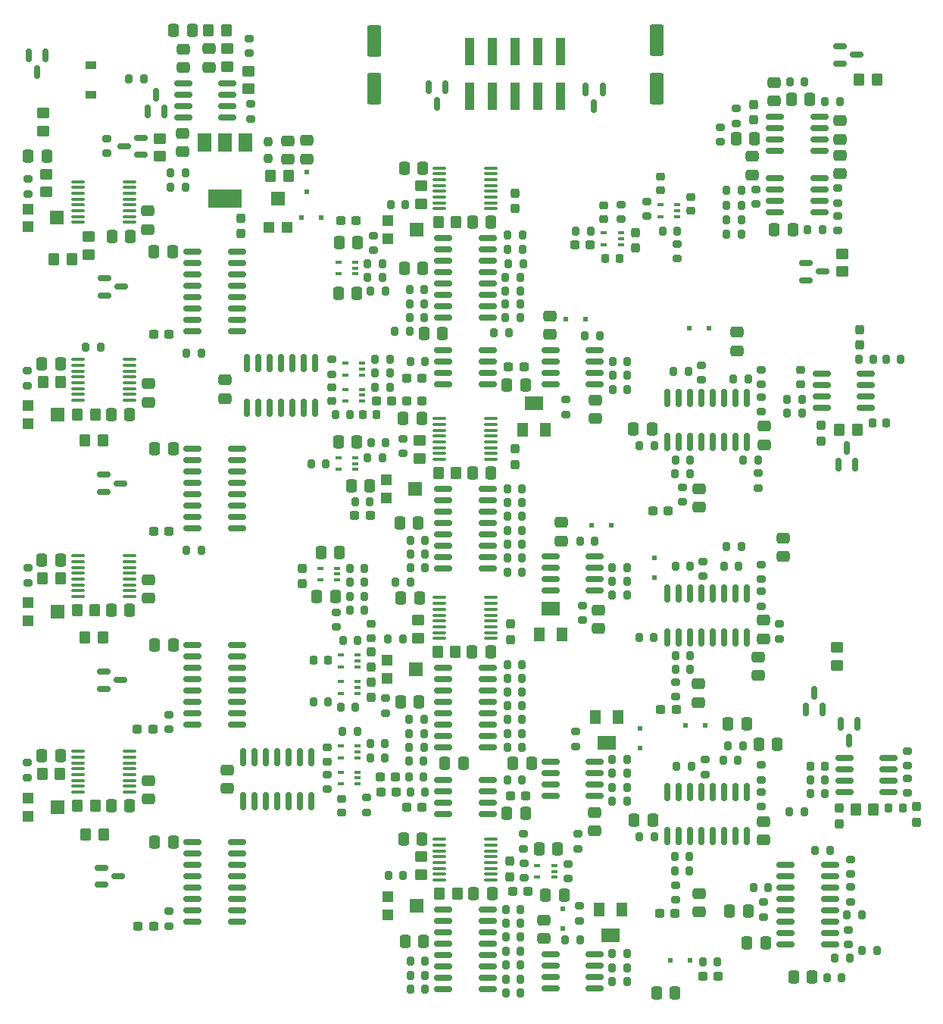
<source format=gbr>
%TF.GenerationSoftware,KiCad,Pcbnew,(6.0.1)*%
%TF.CreationDate,2024-03-02T23:19:41-08:00*%
%TF.ProjectId,main,6d61696e-2e6b-4696-9361-645f70636258,1.1*%
%TF.SameCoordinates,Original*%
%TF.FileFunction,Paste,Bot*%
%TF.FilePolarity,Positive*%
%FSLAX46Y46*%
G04 Gerber Fmt 4.6, Leading zero omitted, Abs format (unit mm)*
G04 Created by KiCad (PCBNEW (6.0.1)) date 2024-03-02 23:19:41*
%MOMM*%
%LPD*%
G01*
G04 APERTURE LIST*
G04 Aperture macros list*
%AMRoundRect*
0 Rectangle with rounded corners*
0 $1 Rounding radius*
0 $2 $3 $4 $5 $6 $7 $8 $9 X,Y pos of 4 corners*
0 Add a 4 corners polygon primitive as box body*
4,1,4,$2,$3,$4,$5,$6,$7,$8,$9,$2,$3,0*
0 Add four circle primitives for the rounded corners*
1,1,$1+$1,$2,$3*
1,1,$1+$1,$4,$5*
1,1,$1+$1,$6,$7*
1,1,$1+$1,$8,$9*
0 Add four rect primitives between the rounded corners*
20,1,$1+$1,$2,$3,$4,$5,0*
20,1,$1+$1,$4,$5,$6,$7,0*
20,1,$1+$1,$6,$7,$8,$9,0*
20,1,$1+$1,$8,$9,$2,$3,0*%
G04 Aperture macros list end*
%ADD10R,1.200000X0.900000*%
%ADD11RoundRect,0.200000X-0.200000X-0.275000X0.200000X-0.275000X0.200000X0.275000X-0.200000X0.275000X0*%
%ADD12RoundRect,0.150000X0.150000X-0.587500X0.150000X0.587500X-0.150000X0.587500X-0.150000X-0.587500X0*%
%ADD13RoundRect,0.150000X0.825000X0.150000X-0.825000X0.150000X-0.825000X-0.150000X0.825000X-0.150000X0*%
%ADD14RoundRect,0.250000X0.450000X-0.350000X0.450000X0.350000X-0.450000X0.350000X-0.450000X-0.350000X0*%
%ADD15RoundRect,0.200000X0.200000X0.275000X-0.200000X0.275000X-0.200000X-0.275000X0.200000X-0.275000X0*%
%ADD16RoundRect,0.150000X-0.150000X0.587500X-0.150000X-0.587500X0.150000X-0.587500X0.150000X0.587500X0*%
%ADD17RoundRect,0.200000X-0.275000X0.200000X-0.275000X-0.200000X0.275000X-0.200000X0.275000X0.200000X0*%
%ADD18RoundRect,0.250000X-0.450000X0.350000X-0.450000X-0.350000X0.450000X-0.350000X0.450000X0.350000X0*%
%ADD19RoundRect,0.250000X-0.337500X-0.475000X0.337500X-0.475000X0.337500X0.475000X-0.337500X0.475000X0*%
%ADD20RoundRect,0.250000X-0.475000X0.337500X-0.475000X-0.337500X0.475000X-0.337500X0.475000X0.337500X0*%
%ADD21R,0.650000X0.400000*%
%ADD22RoundRect,0.250000X0.475000X-0.337500X0.475000X0.337500X-0.475000X0.337500X-0.475000X-0.337500X0*%
%ADD23R,1.300000X1.600000*%
%ADD24R,2.000000X1.600000*%
%ADD25RoundRect,0.100000X0.637500X0.100000X-0.637500X0.100000X-0.637500X-0.100000X0.637500X-0.100000X0*%
%ADD26RoundRect,0.150000X-0.150000X0.825000X-0.150000X-0.825000X0.150000X-0.825000X0.150000X0.825000X0*%
%ADD27RoundRect,0.225000X0.250000X-0.225000X0.250000X0.225000X-0.250000X0.225000X-0.250000X-0.225000X0*%
%ADD28RoundRect,0.250000X-0.350000X-0.450000X0.350000X-0.450000X0.350000X0.450000X-0.350000X0.450000X0*%
%ADD29RoundRect,0.237500X-0.237500X0.300000X-0.237500X-0.300000X0.237500X-0.300000X0.237500X0.300000X0*%
%ADD30RoundRect,0.250000X0.337500X0.475000X-0.337500X0.475000X-0.337500X-0.475000X0.337500X-0.475000X0*%
%ADD31RoundRect,0.200000X0.275000X-0.200000X0.275000X0.200000X-0.275000X0.200000X-0.275000X-0.200000X0*%
%ADD32RoundRect,0.150000X-0.587500X-0.150000X0.587500X-0.150000X0.587500X0.150000X-0.587500X0.150000X0*%
%ADD33R,1.200000X1.200000*%
%ADD34R,1.500000X1.600000*%
%ADD35RoundRect,0.250000X0.550000X-1.500000X0.550000X1.500000X-0.550000X1.500000X-0.550000X-1.500000X0*%
%ADD36RoundRect,0.250000X0.350000X0.450000X-0.350000X0.450000X-0.350000X-0.450000X0.350000X-0.450000X0*%
%ADD37RoundRect,0.237500X0.300000X0.237500X-0.300000X0.237500X-0.300000X-0.237500X0.300000X-0.237500X0*%
%ADD38RoundRect,0.237500X-0.300000X-0.237500X0.300000X-0.237500X0.300000X0.237500X-0.300000X0.237500X0*%
%ADD39RoundRect,0.150000X0.587500X0.150000X-0.587500X0.150000X-0.587500X-0.150000X0.587500X-0.150000X0*%
%ADD40RoundRect,0.225000X0.225000X0.250000X-0.225000X0.250000X-0.225000X-0.250000X0.225000X-0.250000X0*%
%ADD41R,0.500000X0.500000*%
%ADD42RoundRect,0.237500X0.237500X-0.300000X0.237500X0.300000X-0.237500X0.300000X-0.237500X-0.300000X0*%
%ADD43R,1.500000X2.000000*%
%ADD44R,3.800000X2.000000*%
%ADD45RoundRect,0.225000X-0.250000X0.225000X-0.250000X-0.225000X0.250000X-0.225000X0.250000X0.225000X0*%
%ADD46RoundRect,0.150000X0.150000X-0.825000X0.150000X0.825000X-0.150000X0.825000X-0.150000X-0.825000X0*%
%ADD47RoundRect,0.237500X0.237500X-0.250000X0.237500X0.250000X-0.237500X0.250000X-0.237500X-0.250000X0*%
%ADD48RoundRect,0.225000X-0.225000X-0.250000X0.225000X-0.250000X0.225000X0.250000X-0.225000X0.250000X0*%
%ADD49R,1.600000X1.500000*%
%ADD50RoundRect,0.250000X-0.550000X1.500000X-0.550000X-1.500000X0.550000X-1.500000X0.550000X1.500000X0*%
%ADD51R,1.000000X3.150000*%
G04 APERTURE END LIST*
D10*
%TO.C,D15*%
X48150000Y-48550000D03*
X48150000Y-45250000D03*
%TD*%
D11*
%TO.C,R197*%
X76325000Y-109550000D03*
X77975000Y-109550000D03*
%TD*%
D12*
%TO.C,D18*%
X129950000Y-117187500D03*
X128050000Y-117187500D03*
X129000000Y-115312500D03*
%TD*%
D13*
%TO.C,U3*%
X63400000Y-47270000D03*
X63400000Y-48540000D03*
X63400000Y-49810000D03*
X63400000Y-51080000D03*
X58450000Y-51080000D03*
X58450000Y-49810000D03*
X58450000Y-48540000D03*
X58450000Y-47270000D03*
%TD*%
D14*
%TO.C,R36*%
X47900000Y-66400000D03*
X47900000Y-64400000D03*
%TD*%
D15*
%TO.C,R142*%
X115125000Y-111200000D03*
X113475000Y-111200000D03*
%TD*%
D16*
%TO.C,Q2*%
X41175000Y-44162500D03*
X43075000Y-44162500D03*
X42125000Y-46037500D03*
%TD*%
D17*
%TO.C,R39*%
X41000000Y-123175000D03*
X41000000Y-124825000D03*
%TD*%
D18*
%TO.C,R82*%
X84900000Y-87150000D03*
X84900000Y-89150000D03*
%TD*%
%TO.C,R27*%
X55825000Y-53425000D03*
X55825000Y-55425000D03*
%TD*%
D13*
%TO.C,U27*%
X92475000Y-139555000D03*
X92475000Y-140825000D03*
X92475000Y-142095000D03*
X92475000Y-143365000D03*
X92475000Y-144635000D03*
X92475000Y-145905000D03*
X92475000Y-147175000D03*
X92475000Y-148445000D03*
X87525000Y-148445000D03*
X87525000Y-147175000D03*
X87525000Y-145905000D03*
X87525000Y-144635000D03*
X87525000Y-143365000D03*
X87525000Y-142095000D03*
X87525000Y-140825000D03*
X87525000Y-139555000D03*
%TD*%
D19*
%TO.C,C8*%
X57412500Y-41375000D03*
X59487500Y-41375000D03*
%TD*%
D20*
%TO.C,C28*%
X54550000Y-125162500D03*
X54550000Y-127237500D03*
%TD*%
D15*
%TO.C,R184*%
X78725000Y-103000000D03*
X77075000Y-103000000D03*
%TD*%
D11*
%TO.C,R103*%
X94525000Y-148900000D03*
X96175000Y-148900000D03*
%TD*%
D21*
%TO.C,U50*%
X78500000Y-78550000D03*
X78500000Y-79200000D03*
X78500000Y-79850000D03*
X76600000Y-79850000D03*
X76600000Y-78550000D03*
%TD*%
D15*
%TO.C,R79*%
X96325000Y-125100000D03*
X94675000Y-125100000D03*
%TD*%
D17*
%TO.C,R30*%
X41050000Y-79375000D03*
X41050000Y-81025000D03*
%TD*%
D15*
%TO.C,R178*%
X79325000Y-94000000D03*
X77675000Y-94000000D03*
%TD*%
D11*
%TO.C,R78*%
X93225000Y-75100000D03*
X94875000Y-75100000D03*
%TD*%
D22*
%TO.C,C84*%
X100750000Y-98387500D03*
X100750000Y-96312500D03*
%TD*%
D11*
%TO.C,R73*%
X94675000Y-113700000D03*
X96325000Y-113700000D03*
%TD*%
D15*
%TO.C,R51*%
X83025000Y-109350000D03*
X81375000Y-109350000D03*
%TD*%
D23*
%TO.C,RV17*%
X100800000Y-108850000D03*
D24*
X99550000Y-105950000D03*
D23*
X98300000Y-108850000D03*
%TD*%
D11*
%TO.C,R189*%
X79075000Y-68950000D03*
X80725000Y-68950000D03*
%TD*%
D17*
%TO.C,R185*%
X96500000Y-131125000D03*
X96500000Y-132775000D03*
%TD*%
D23*
%TO.C,RV13*%
X98925000Y-85950000D03*
D24*
X97675000Y-83050000D03*
D23*
X96425000Y-85950000D03*
%TD*%
D25*
%TO.C,U25*%
X92862500Y-131725000D03*
X92862500Y-132375000D03*
X92862500Y-133025000D03*
X92862500Y-133675000D03*
X92862500Y-134325000D03*
X92862500Y-134975000D03*
X92862500Y-135625000D03*
X92862500Y-136275000D03*
X87137500Y-136275000D03*
X87137500Y-135625000D03*
X87137500Y-134975000D03*
X87137500Y-134325000D03*
X87137500Y-133675000D03*
X87137500Y-133025000D03*
X87137500Y-132375000D03*
X87137500Y-131725000D03*
%TD*%
D17*
%TO.C,R199*%
X81100000Y-115975000D03*
X81100000Y-117625000D03*
%TD*%
%TO.C,R32*%
X41100000Y-101400000D03*
X41100000Y-103050000D03*
%TD*%
D11*
%TO.C,R76*%
X94675000Y-119900000D03*
X96325000Y-119900000D03*
%TD*%
D26*
%TO.C,U41*%
X112605000Y-104225000D03*
X113875000Y-104225000D03*
X115145000Y-104225000D03*
X116415000Y-104225000D03*
X117685000Y-104225000D03*
X118955000Y-104225000D03*
X120225000Y-104225000D03*
X121495000Y-104225000D03*
X121495000Y-109175000D03*
X120225000Y-109175000D03*
X118955000Y-109175000D03*
X117685000Y-109175000D03*
X116415000Y-109175000D03*
X115145000Y-109175000D03*
X113875000Y-109175000D03*
X112605000Y-109175000D03*
%TD*%
D11*
%TO.C,R216*%
X128575000Y-125100000D03*
X130225000Y-125100000D03*
%TD*%
%TO.C,R101*%
X82225000Y-102950000D03*
X83875000Y-102950000D03*
%TD*%
D20*
%TO.C,C105*%
X125500000Y-98062500D03*
X125500000Y-100137500D03*
%TD*%
D11*
%TO.C,R150*%
X109425000Y-109200000D03*
X111075000Y-109200000D03*
%TD*%
D15*
%TO.C,R132*%
X115100000Y-90900000D03*
X113450000Y-90900000D03*
%TD*%
D27*
%TO.C,C131*%
X76200000Y-128725000D03*
X76200000Y-127175000D03*
%TD*%
D28*
%TO.C,R38*%
X46600000Y-106100000D03*
X48600000Y-106100000D03*
%TD*%
D13*
%TO.C,U28*%
X104475000Y-123095000D03*
X104475000Y-124365000D03*
X104475000Y-125635000D03*
X104475000Y-126905000D03*
X99525000Y-126905000D03*
X99525000Y-125635000D03*
X99525000Y-124365000D03*
X99525000Y-123095000D03*
%TD*%
D29*
%TO.C,C47*%
X129800000Y-85487500D03*
X129800000Y-87212500D03*
%TD*%
D30*
%TO.C,C107*%
X124887500Y-121100000D03*
X122812500Y-121100000D03*
%TD*%
D31*
%TO.C,R135*%
X123050000Y-83950000D03*
X123050000Y-82300000D03*
%TD*%
D32*
%TO.C,D9*%
X49662500Y-70950000D03*
X49662500Y-69050000D03*
X51537500Y-70000000D03*
%TD*%
D15*
%TO.C,R201*%
X81575000Y-81200000D03*
X79925000Y-81200000D03*
%TD*%
D33*
%TO.C,RV2*%
X41150000Y-83275000D03*
D34*
X44400000Y-84275000D03*
D33*
X41150000Y-85275000D03*
%TD*%
D30*
%TO.C,C36*%
X57375000Y-110050000D03*
X55300000Y-110050000D03*
%TD*%
D15*
%TO.C,R198*%
X74675000Y-116350000D03*
X73025000Y-116350000D03*
%TD*%
D30*
%TO.C,C12*%
X122337500Y-53500000D03*
X120262500Y-53500000D03*
%TD*%
D19*
%TO.C,C27*%
X50412500Y-106150000D03*
X52487500Y-106150000D03*
%TD*%
%TO.C,C57*%
X90762500Y-110800000D03*
X92837500Y-110800000D03*
%TD*%
D22*
%TO.C,C10*%
X72250000Y-55737500D03*
X72250000Y-53662500D03*
%TD*%
D35*
%TO.C,C1*%
X79850000Y-47900000D03*
X79850000Y-42500000D03*
%TD*%
D15*
%TO.C,R176*%
X78725000Y-101450000D03*
X77075000Y-101450000D03*
%TD*%
D13*
%TO.C,U10*%
X64475000Y-66055000D03*
X64475000Y-67325000D03*
X64475000Y-68595000D03*
X64475000Y-69865000D03*
X64475000Y-71135000D03*
X64475000Y-72405000D03*
X64475000Y-73675000D03*
X64475000Y-74945000D03*
X59525000Y-74945000D03*
X59525000Y-73675000D03*
X59525000Y-72405000D03*
X59525000Y-71135000D03*
X59525000Y-69865000D03*
X59525000Y-68595000D03*
X59525000Y-67325000D03*
X59525000Y-66055000D03*
%TD*%
D31*
%TO.C,R139*%
X116400000Y-80425000D03*
X116400000Y-78775000D03*
%TD*%
D17*
%TO.C,R10*%
X131650000Y-62075000D03*
X131650000Y-63725000D03*
%TD*%
D36*
%TO.C,R48*%
X135650000Y-128400000D03*
X133650000Y-128400000D03*
%TD*%
D37*
%TO.C,C124*%
X85162500Y-82750000D03*
X83437500Y-82750000D03*
%TD*%
D15*
%TO.C,R7*%
X120875000Y-62550000D03*
X119225000Y-62550000D03*
%TD*%
D31*
%TO.C,R156*%
X123050000Y-105675000D03*
X123050000Y-104025000D03*
%TD*%
D11*
%TO.C,R145*%
X116525000Y-145400000D03*
X118175000Y-145400000D03*
%TD*%
D38*
%TO.C,C75*%
X83437500Y-128150000D03*
X85162500Y-128150000D03*
%TD*%
D20*
%TO.C,C89*%
X116150000Y-137762500D03*
X116150000Y-139837500D03*
%TD*%
D11*
%TO.C,R102*%
X94525000Y-141100000D03*
X96175000Y-141100000D03*
%TD*%
D17*
%TO.C,R17*%
X118550000Y-52175000D03*
X118550000Y-53825000D03*
%TD*%
D15*
%TO.C,R160*%
X121025000Y-121300000D03*
X119375000Y-121300000D03*
%TD*%
D25*
%TO.C,U19*%
X92862500Y-104725000D03*
X92862500Y-105375000D03*
X92862500Y-106025000D03*
X92862500Y-106675000D03*
X92862500Y-107325000D03*
X92862500Y-107975000D03*
X92862500Y-108625000D03*
X92862500Y-109275000D03*
X87137500Y-109275000D03*
X87137500Y-108625000D03*
X87137500Y-107975000D03*
X87137500Y-107325000D03*
X87137500Y-106675000D03*
X87137500Y-106025000D03*
X87137500Y-105375000D03*
X87137500Y-104725000D03*
%TD*%
D19*
%TO.C,C72*%
X90812500Y-90800000D03*
X92887500Y-90800000D03*
%TD*%
D31*
%TO.C,R29*%
X49900000Y-55075000D03*
X49900000Y-53425000D03*
%TD*%
D11*
%TO.C,R109*%
X83875000Y-126400000D03*
X85525000Y-126400000D03*
%TD*%
D29*
%TO.C,C52*%
X95550000Y-59537500D03*
X95550000Y-61262500D03*
%TD*%
D13*
%TO.C,U26*%
X92475000Y-92555000D03*
X92475000Y-93825000D03*
X92475000Y-95095000D03*
X92475000Y-96365000D03*
X92475000Y-97635000D03*
X92475000Y-98905000D03*
X92475000Y-100175000D03*
X92475000Y-101445000D03*
X87525000Y-101445000D03*
X87525000Y-100175000D03*
X87525000Y-98905000D03*
X87525000Y-97635000D03*
X87525000Y-96365000D03*
X87525000Y-95095000D03*
X87525000Y-93825000D03*
X87525000Y-92555000D03*
%TD*%
%TO.C,U17*%
X134775000Y-79695000D03*
X134775000Y-80965000D03*
X134775000Y-82235000D03*
X134775000Y-83505000D03*
X129825000Y-83505000D03*
X129825000Y-82235000D03*
X129825000Y-80965000D03*
X129825000Y-79695000D03*
%TD*%
D20*
%TO.C,C23*%
X54500000Y-61512500D03*
X54500000Y-63587500D03*
%TD*%
D15*
%TO.C,R70*%
X85425000Y-70350000D03*
X83775000Y-70350000D03*
%TD*%
D39*
%TO.C,Q3*%
X53762500Y-53375000D03*
X53762500Y-55275000D03*
X51887500Y-54325000D03*
%TD*%
D40*
%TO.C,C45*%
X138875000Y-128200000D03*
X137325000Y-128200000D03*
%TD*%
D17*
%TO.C,R20*%
X120250000Y-50075000D03*
X120250000Y-51725000D03*
%TD*%
D30*
%TO.C,C106*%
X110937500Y-129600000D03*
X108862500Y-129600000D03*
%TD*%
D11*
%TO.C,R13*%
X57075000Y-57250000D03*
X58725000Y-57250000D03*
%TD*%
%TO.C,R65*%
X94675000Y-118350000D03*
X96325000Y-118350000D03*
%TD*%
%TO.C,R43*%
X133975000Y-78100000D03*
X135625000Y-78100000D03*
%TD*%
D17*
%TO.C,R188*%
X101450000Y-134475000D03*
X101450000Y-136125000D03*
%TD*%
D33*
%TO.C,RV4*%
X41150000Y-105300000D03*
D34*
X44400000Y-106300000D03*
D33*
X41150000Y-107300000D03*
%TD*%
D19*
%TO.C,C56*%
X90800000Y-62775000D03*
X92875000Y-62775000D03*
%TD*%
D15*
%TO.C,R64*%
X85375000Y-119900000D03*
X83725000Y-119900000D03*
%TD*%
D40*
%TO.C,C49*%
X130175000Y-123550000D03*
X128625000Y-123550000D03*
%TD*%
D31*
%TO.C,R173*%
X132800000Y-143475000D03*
X132800000Y-141825000D03*
%TD*%
D11*
%TO.C,R71*%
X82125000Y-75000000D03*
X83775000Y-75000000D03*
%TD*%
D30*
%TO.C,C67*%
X96737500Y-80950000D03*
X94662500Y-80950000D03*
%TD*%
D26*
%TO.C,U12*%
X65590000Y-78525000D03*
X66860000Y-78525000D03*
X68130000Y-78525000D03*
X69400000Y-78525000D03*
X70670000Y-78525000D03*
X71940000Y-78525000D03*
X73210000Y-78525000D03*
X73210000Y-83475000D03*
X71940000Y-83475000D03*
X70670000Y-83475000D03*
X69400000Y-83475000D03*
X68130000Y-83475000D03*
X66860000Y-83475000D03*
X65590000Y-83475000D03*
%TD*%
D15*
%TO.C,R138*%
X114925000Y-79450000D03*
X113275000Y-79450000D03*
%TD*%
D20*
%TO.C,C41*%
X116100000Y-92562500D03*
X116100000Y-94637500D03*
%TD*%
D21*
%TO.C,U44*%
X107400000Y-64000000D03*
X107400000Y-64650000D03*
X107400000Y-65300000D03*
X105500000Y-65300000D03*
X105500000Y-64000000D03*
%TD*%
D27*
%TO.C,C9*%
X105500000Y-62425000D03*
X105500000Y-60875000D03*
%TD*%
D11*
%TO.C,R134*%
X121075000Y-89350000D03*
X122725000Y-89350000D03*
%TD*%
D13*
%TO.C,U43*%
X130775000Y-134555000D03*
X130775000Y-135825000D03*
X130775000Y-137095000D03*
X130775000Y-138365000D03*
X130775000Y-139635000D03*
X130775000Y-140905000D03*
X130775000Y-142175000D03*
X130775000Y-143445000D03*
X125825000Y-143445000D03*
X125825000Y-142175000D03*
X125825000Y-140905000D03*
X125825000Y-139635000D03*
X125825000Y-138365000D03*
X125825000Y-137095000D03*
X125825000Y-135825000D03*
X125825000Y-134555000D03*
%TD*%
D41*
%TO.C,D39*%
X72250000Y-57200000D03*
X72250000Y-59400000D03*
%TD*%
D22*
%TO.C,C15*%
X58500000Y-45512500D03*
X58500000Y-43437500D03*
%TD*%
D11*
%TO.C,R113*%
X106425000Y-124350000D03*
X108075000Y-124350000D03*
%TD*%
D28*
%TO.C,R41*%
X46650000Y-128000000D03*
X48650000Y-128000000D03*
%TD*%
D11*
%TO.C,R75*%
X94675000Y-112180000D03*
X96325000Y-112180000D03*
%TD*%
D30*
%TO.C,C20*%
X128512500Y-49075000D03*
X126437500Y-49075000D03*
%TD*%
D11*
%TO.C,R74*%
X94675000Y-121450000D03*
X96325000Y-121450000D03*
%TD*%
D31*
%TO.C,R19*%
X65850000Y-43925000D03*
X65850000Y-42275000D03*
%TD*%
D30*
%TO.C,C69*%
X96737500Y-128850000D03*
X94662500Y-128850000D03*
%TD*%
D42*
%TO.C,C6*%
X134050000Y-76512500D03*
X134050000Y-74787500D03*
%TD*%
D30*
%TO.C,C87*%
X113437500Y-148900000D03*
X111362500Y-148900000D03*
%TD*%
D38*
%TO.C,C115*%
X102237500Y-65300000D03*
X103962500Y-65300000D03*
%TD*%
D30*
%TO.C,C101*%
X101037500Y-137950000D03*
X98962500Y-137950000D03*
%TD*%
D11*
%TO.C,R110*%
X106425000Y-122800000D03*
X108075000Y-122800000D03*
%TD*%
D21*
%TO.C,U49*%
X77950000Y-124200000D03*
X77950000Y-124850000D03*
X77950000Y-125500000D03*
X76050000Y-125500000D03*
X76050000Y-124200000D03*
%TD*%
D15*
%TO.C,R162*%
X120575000Y-101200000D03*
X118925000Y-101200000D03*
%TD*%
D31*
%TO.C,R177*%
X96550000Y-136025000D03*
X96550000Y-134375000D03*
%TD*%
D11*
%TO.C,R56*%
X94825000Y-67400000D03*
X96475000Y-67400000D03*
%TD*%
D43*
%TO.C,U4*%
X60825000Y-53875000D03*
X63125000Y-53875000D03*
D44*
X63125000Y-60175000D03*
D43*
X65425000Y-53875000D03*
%TD*%
D17*
%TO.C,R15*%
X131650000Y-58975000D03*
X131650000Y-60625000D03*
%TD*%
D13*
%TO.C,U33*%
X104475000Y-100095000D03*
X104475000Y-101365000D03*
X104475000Y-102635000D03*
X104475000Y-103905000D03*
X99525000Y-103905000D03*
X99525000Y-102635000D03*
X99525000Y-101365000D03*
X99525000Y-100095000D03*
%TD*%
D32*
%TO.C,D5*%
X49562500Y-92900000D03*
X49562500Y-91000000D03*
X51437500Y-91950000D03*
%TD*%
D15*
%TO.C,R106*%
X85525000Y-145350000D03*
X83875000Y-145350000D03*
%TD*%
D22*
%TO.C,C85*%
X104900000Y-108187500D03*
X104900000Y-106112500D03*
%TD*%
D36*
%TO.C,R21*%
X70250000Y-57625000D03*
X68250000Y-57625000D03*
%TD*%
D37*
%TO.C,C21*%
X55062500Y-119400000D03*
X53337500Y-119400000D03*
%TD*%
D19*
%TO.C,C100*%
X98262500Y-132800000D03*
X100337500Y-132800000D03*
%TD*%
D11*
%TO.C,R124*%
X106425000Y-147600000D03*
X108075000Y-147600000D03*
%TD*%
D45*
%TO.C,C128*%
X75100000Y-81225000D03*
X75100000Y-82775000D03*
%TD*%
D11*
%TO.C,R98*%
X94675000Y-92550000D03*
X96325000Y-92550000D03*
%TD*%
D30*
%TO.C,C31*%
X44762500Y-78625000D03*
X42687500Y-78625000D03*
%TD*%
D11*
%TO.C,R120*%
X101175000Y-142950000D03*
X102825000Y-142950000D03*
%TD*%
D41*
%TO.C,D36*%
X100900000Y-139500000D03*
X100900000Y-141700000D03*
%TD*%
D11*
%TO.C,R91*%
X94525000Y-142650000D03*
X96175000Y-142650000D03*
%TD*%
D30*
%TO.C,C63*%
X84737500Y-96350000D03*
X82662500Y-96350000D03*
%TD*%
D36*
%TO.C,R1*%
X49500000Y-87150000D03*
X47500000Y-87150000D03*
%TD*%
D41*
%TO.C,D32*%
X103400000Y-73600000D03*
X101200000Y-73600000D03*
%TD*%
D11*
%TO.C,R205*%
X79925000Y-78100000D03*
X81575000Y-78100000D03*
%TD*%
D31*
%TO.C,R169*%
X116800000Y-124475000D03*
X116800000Y-122825000D03*
%TD*%
D15*
%TO.C,R131*%
X115125000Y-89350000D03*
X113475000Y-89350000D03*
%TD*%
D32*
%TO.C,D21*%
X131912500Y-45050000D03*
X131912500Y-43150000D03*
X133787500Y-44100000D03*
%TD*%
D11*
%TO.C,R121*%
X102825000Y-98400000D03*
X104475000Y-98400000D03*
%TD*%
D42*
%TO.C,C123*%
X79500000Y-112512500D03*
X79500000Y-110787500D03*
%TD*%
D21*
%TO.C,U38*%
X77700000Y-89100000D03*
X77700000Y-89750000D03*
X77700000Y-90400000D03*
X75800000Y-90400000D03*
X75800000Y-89100000D03*
%TD*%
D11*
%TO.C,R87*%
X94675000Y-97200000D03*
X96325000Y-97200000D03*
%TD*%
D20*
%TO.C,C88*%
X116050000Y-114362500D03*
X116050000Y-116437500D03*
%TD*%
D11*
%TO.C,R116*%
X106475000Y-78350000D03*
X108125000Y-78350000D03*
%TD*%
D17*
%TO.C,R194*%
X113700000Y-65225000D03*
X113700000Y-66875000D03*
%TD*%
D31*
%TO.C,R171*%
X123050000Y-102675000D03*
X123050000Y-101025000D03*
%TD*%
D15*
%TO.C,R155*%
X132075000Y-147150000D03*
X130425000Y-147150000D03*
%TD*%
D28*
%TO.C,R85*%
X87100000Y-137800000D03*
X89100000Y-137800000D03*
%TD*%
D26*
%TO.C,U37*%
X112605000Y-82375000D03*
X113875000Y-82375000D03*
X115145000Y-82375000D03*
X116415000Y-82375000D03*
X117685000Y-82375000D03*
X118955000Y-82375000D03*
X120225000Y-82375000D03*
X121495000Y-82375000D03*
X121495000Y-87325000D03*
X120225000Y-87325000D03*
X118955000Y-87325000D03*
X117685000Y-87325000D03*
X116415000Y-87325000D03*
X115145000Y-87325000D03*
X113875000Y-87325000D03*
X112605000Y-87325000D03*
%TD*%
D32*
%TO.C,D17*%
X128062500Y-69250000D03*
X128062500Y-67350000D03*
X129937500Y-68300000D03*
%TD*%
D11*
%TO.C,R126*%
X106425000Y-101400000D03*
X108075000Y-101400000D03*
%TD*%
D20*
%TO.C,C42*%
X123400000Y-85562500D03*
X123400000Y-87637500D03*
%TD*%
D36*
%TO.C,R2*%
X49550000Y-131200000D03*
X47550000Y-131200000D03*
%TD*%
D15*
%TO.C,R190*%
X58725000Y-58850000D03*
X57075000Y-58850000D03*
%TD*%
D11*
%TO.C,R203*%
X75475000Y-84300000D03*
X77125000Y-84300000D03*
%TD*%
D22*
%TO.C,C19*%
X131900000Y-57387500D03*
X131900000Y-55312500D03*
%TD*%
D37*
%TO.C,C51*%
X118262500Y-147000000D03*
X116537500Y-147000000D03*
%TD*%
D15*
%TO.C,R144*%
X115075000Y-133650000D03*
X113425000Y-133650000D03*
%TD*%
D30*
%TO.C,C102*%
X110887500Y-85900000D03*
X108812500Y-85900000D03*
%TD*%
D41*
%TO.C,D37*%
X111150000Y-102450000D03*
X111150000Y-100250000D03*
%TD*%
D30*
%TO.C,C59*%
X84837500Y-116350000D03*
X82762500Y-116350000D03*
%TD*%
D11*
%TO.C,R63*%
X94675000Y-116800000D03*
X96325000Y-116800000D03*
%TD*%
%TO.C,R117*%
X106475000Y-79900000D03*
X108125000Y-79900000D03*
%TD*%
D15*
%TO.C,R165*%
X115125000Y-101200000D03*
X113475000Y-101200000D03*
%TD*%
D11*
%TO.C,R26*%
X130200000Y-49325000D03*
X131850000Y-49325000D03*
%TD*%
D29*
%TO.C,C14*%
X64950000Y-62337500D03*
X64950000Y-64062500D03*
%TD*%
D11*
%TO.C,R47*%
X137025000Y-78100000D03*
X138675000Y-78100000D03*
%TD*%
D31*
%TO.C,R157*%
X123100000Y-128075000D03*
X123100000Y-126425000D03*
%TD*%
D46*
%TO.C,U13*%
X72810000Y-127475000D03*
X71540000Y-127475000D03*
X70270000Y-127475000D03*
X69000000Y-127475000D03*
X67730000Y-127475000D03*
X66460000Y-127475000D03*
X65190000Y-127475000D03*
X65190000Y-122525000D03*
X66460000Y-122525000D03*
X67730000Y-122525000D03*
X69000000Y-122525000D03*
X70270000Y-122525000D03*
X71540000Y-122525000D03*
X72810000Y-122525000D03*
%TD*%
D15*
%TO.C,R58*%
X85425000Y-71900000D03*
X83775000Y-71900000D03*
%TD*%
D21*
%TO.C,U51*%
X77950000Y-121300000D03*
X77950000Y-121950000D03*
X77950000Y-122600000D03*
X76050000Y-122600000D03*
X76050000Y-121300000D03*
%TD*%
%TO.C,U36*%
X77700000Y-67250000D03*
X77700000Y-67900000D03*
X77700000Y-68550000D03*
X75800000Y-68550000D03*
X75800000Y-67250000D03*
%TD*%
D15*
%TO.C,R219*%
X127625000Y-84125000D03*
X125975000Y-84125000D03*
%TD*%
D31*
%TO.C,R202*%
X78950000Y-128725000D03*
X78950000Y-127075000D03*
%TD*%
D37*
%TO.C,C111*%
X79362500Y-95550000D03*
X77637500Y-95550000D03*
%TD*%
D11*
%TO.C,R206*%
X79925000Y-79650000D03*
X81575000Y-79650000D03*
%TD*%
D45*
%TO.C,C119*%
X79500000Y-107675000D03*
X79500000Y-109225000D03*
%TD*%
D37*
%TO.C,C65*%
X96762500Y-126850000D03*
X95037500Y-126850000D03*
%TD*%
D29*
%TO.C,C70*%
X95600000Y-88100000D03*
X95600000Y-89825000D03*
%TD*%
D31*
%TO.C,R209*%
X75100000Y-79775000D03*
X75100000Y-78125000D03*
%TD*%
D36*
%TO.C,R3*%
X46000000Y-66900000D03*
X44000000Y-66900000D03*
%TD*%
D20*
%TO.C,C92*%
X123300000Y-129712500D03*
X123300000Y-131787500D03*
%TD*%
D11*
%TO.C,R154*%
X126225000Y-128650000D03*
X127875000Y-128650000D03*
%TD*%
D21*
%TO.C,U46*%
X77950000Y-111150000D03*
X77950000Y-111800000D03*
X77950000Y-112450000D03*
X76050000Y-112450000D03*
X76050000Y-111150000D03*
%TD*%
D31*
%TO.C,R141*%
X113550000Y-115775000D03*
X113550000Y-114125000D03*
%TD*%
D11*
%TO.C,R151*%
X109475000Y-131400000D03*
X111125000Y-131400000D03*
%TD*%
%TO.C,R111*%
X103375000Y-75450000D03*
X105025000Y-75450000D03*
%TD*%
D38*
%TO.C,C113*%
X95287500Y-137500000D03*
X97012500Y-137500000D03*
%TD*%
D30*
%TO.C,C55*%
X85237500Y-67950000D03*
X83162500Y-67950000D03*
%TD*%
D11*
%TO.C,R179*%
X77075000Y-106150000D03*
X78725000Y-106150000D03*
%TD*%
D30*
%TO.C,C54*%
X85237500Y-56775000D03*
X83162500Y-56775000D03*
%TD*%
D36*
%TO.C,R40*%
X44700000Y-124400000D03*
X42700000Y-124400000D03*
%TD*%
D33*
%TO.C,RV9*%
X81300000Y-138150000D03*
D34*
X84550000Y-139150000D03*
D33*
X81300000Y-140150000D03*
%TD*%
D15*
%TO.C,R181*%
X81075000Y-70500000D03*
X79425000Y-70500000D03*
%TD*%
D28*
%TO.C,R34*%
X46650000Y-84250000D03*
X48650000Y-84250000D03*
%TD*%
D15*
%TO.C,R174*%
X80725000Y-67400000D03*
X79075000Y-67400000D03*
%TD*%
%TO.C,R8*%
X120875000Y-64100000D03*
X119225000Y-64100000D03*
%TD*%
D38*
%TO.C,C43*%
X111837500Y-117200000D03*
X113562500Y-117200000D03*
%TD*%
D25*
%TO.C,U18*%
X92862500Y-56725000D03*
X92862500Y-57375000D03*
X92862500Y-58025000D03*
X92862500Y-58675000D03*
X92862500Y-59325000D03*
X92862500Y-59975000D03*
X92862500Y-60625000D03*
X92862500Y-61275000D03*
X87137500Y-61275000D03*
X87137500Y-60625000D03*
X87137500Y-59975000D03*
X87137500Y-59325000D03*
X87137500Y-58675000D03*
X87137500Y-58025000D03*
X87137500Y-57375000D03*
X87137500Y-56725000D03*
%TD*%
D22*
%TO.C,C81*%
X104500000Y-84737500D03*
X104500000Y-82662500D03*
%TD*%
D45*
%TO.C,C130*%
X74600000Y-121475000D03*
X74600000Y-123025000D03*
%TD*%
D15*
%TO.C,R95*%
X85525000Y-148450000D03*
X83875000Y-148450000D03*
%TD*%
D19*
%TO.C,C98*%
X73862500Y-99650000D03*
X75937500Y-99650000D03*
%TD*%
D31*
%TO.C,R182*%
X79700000Y-65925000D03*
X79700000Y-64275000D03*
%TD*%
D45*
%TO.C,C118*%
X115200000Y-59975000D03*
X115200000Y-61525000D03*
%TD*%
D31*
%TO.C,R214*%
X56850000Y-141425000D03*
X56850000Y-139775000D03*
%TD*%
D25*
%TO.C,U6*%
X52462500Y-78125000D03*
X52462500Y-78775000D03*
X52462500Y-79425000D03*
X52462500Y-80075000D03*
X52462500Y-80725000D03*
X52462500Y-81375000D03*
X52462500Y-82025000D03*
X52462500Y-82675000D03*
X46737500Y-82675000D03*
X46737500Y-82025000D03*
X46737500Y-81375000D03*
X46737500Y-80725000D03*
X46737500Y-80075000D03*
X46737500Y-79425000D03*
X46737500Y-78775000D03*
X46737500Y-78125000D03*
%TD*%
D15*
%TO.C,R175*%
X80725000Y-89100000D03*
X79075000Y-89100000D03*
%TD*%
D32*
%TO.C,D7*%
X49362500Y-136800000D03*
X49362500Y-134900000D03*
X51237500Y-135850000D03*
%TD*%
D20*
%TO.C,C7*%
X61350000Y-43387500D03*
X61350000Y-45462500D03*
%TD*%
D11*
%TO.C,R107*%
X83675000Y-124750000D03*
X85325000Y-124750000D03*
%TD*%
D15*
%TO.C,R218*%
X130200000Y-126650000D03*
X128550000Y-126650000D03*
%TD*%
%TO.C,R100*%
X85525000Y-98300000D03*
X83875000Y-98300000D03*
%TD*%
D13*
%TO.C,U20*%
X92475000Y-64555000D03*
X92475000Y-65825000D03*
X92475000Y-67095000D03*
X92475000Y-68365000D03*
X92475000Y-69635000D03*
X92475000Y-70905000D03*
X92475000Y-72175000D03*
X92475000Y-73445000D03*
X87525000Y-73445000D03*
X87525000Y-72175000D03*
X87525000Y-70905000D03*
X87525000Y-69635000D03*
X87525000Y-68365000D03*
X87525000Y-67095000D03*
X87525000Y-65825000D03*
X87525000Y-64555000D03*
%TD*%
D15*
%TO.C,R93*%
X85525000Y-146900000D03*
X83875000Y-146900000D03*
%TD*%
D31*
%TO.C,R12*%
X66000000Y-51225000D03*
X66000000Y-49575000D03*
%TD*%
D17*
%TO.C,R191*%
X107400000Y-60825000D03*
X107400000Y-62475000D03*
%TD*%
D31*
%TO.C,R140*%
X123050000Y-80925000D03*
X123050000Y-79275000D03*
%TD*%
D30*
%TO.C,C82*%
X97387500Y-123200000D03*
X95312500Y-123200000D03*
%TD*%
D22*
%TO.C,C4*%
X122050000Y-57487500D03*
X122050000Y-55412500D03*
%TD*%
D30*
%TO.C,C66*%
X87437500Y-75250000D03*
X85362500Y-75250000D03*
%TD*%
D15*
%TO.C,R125*%
X108075000Y-146050000D03*
X106425000Y-146050000D03*
%TD*%
D22*
%TO.C,C11*%
X70125000Y-55762500D03*
X70125000Y-53687500D03*
%TD*%
D11*
%TO.C,R133*%
X109475000Y-87750000D03*
X111125000Y-87750000D03*
%TD*%
D18*
%TO.C,R44*%
X131550000Y-110300000D03*
X131550000Y-112300000D03*
%TD*%
D15*
%TO.C,R192*%
X104025000Y-63750000D03*
X102375000Y-63750000D03*
%TD*%
D16*
%TO.C,D20*%
X131950000Y-118812500D03*
X133850000Y-118812500D03*
X132900000Y-120687500D03*
%TD*%
D11*
%TO.C,R57*%
X94475000Y-68950000D03*
X96125000Y-68950000D03*
%TD*%
D26*
%TO.C,U42*%
X112605000Y-126425000D03*
X113875000Y-126425000D03*
X115145000Y-126425000D03*
X116415000Y-126425000D03*
X117685000Y-126425000D03*
X118955000Y-126425000D03*
X120225000Y-126425000D03*
X121495000Y-126425000D03*
X121495000Y-131375000D03*
X120225000Y-131375000D03*
X118955000Y-131375000D03*
X117685000Y-131375000D03*
X116415000Y-131375000D03*
X115145000Y-131375000D03*
X113875000Y-131375000D03*
X112605000Y-131375000D03*
%TD*%
D19*
%TO.C,C26*%
X50512500Y-64400000D03*
X52587500Y-64400000D03*
%TD*%
D11*
%TO.C,R97*%
X94675000Y-101850000D03*
X96325000Y-101850000D03*
%TD*%
%TO.C,R104*%
X94525000Y-139550000D03*
X96175000Y-139550000D03*
%TD*%
D12*
%TO.C,D19*%
X133600000Y-89887500D03*
X131700000Y-89887500D03*
X132650000Y-88012500D03*
%TD*%
D33*
%TO.C,RV7*%
X81250000Y-111700000D03*
D34*
X84500000Y-112700000D03*
D33*
X81250000Y-113700000D03*
%TD*%
D47*
%TO.C,R18*%
X67925000Y-55637500D03*
X67925000Y-53812500D03*
%TD*%
D19*
%TO.C,C25*%
X50412500Y-84250000D03*
X52487500Y-84250000D03*
%TD*%
D29*
%TO.C,C46*%
X131800000Y-128237500D03*
X131800000Y-129962500D03*
%TD*%
D25*
%TO.C,U14*%
X52462500Y-121900000D03*
X52462500Y-122550000D03*
X52462500Y-123200000D03*
X52462500Y-123850000D03*
X52462500Y-124500000D03*
X52462500Y-125150000D03*
X52462500Y-125800000D03*
X52462500Y-126450000D03*
X46737500Y-126450000D03*
X46737500Y-125800000D03*
X46737500Y-125150000D03*
X46737500Y-124500000D03*
X46737500Y-123850000D03*
X46737500Y-123200000D03*
X46737500Y-122550000D03*
X46737500Y-121900000D03*
%TD*%
D11*
%TO.C,R208*%
X79375000Y-121050000D03*
X81025000Y-121050000D03*
%TD*%
D15*
%TO.C,R146*%
X123875000Y-137100000D03*
X122225000Y-137100000D03*
%TD*%
D11*
%TO.C,R96*%
X94675000Y-94100000D03*
X96325000Y-94100000D03*
%TD*%
%TO.C,R59*%
X94475000Y-70450000D03*
X96125000Y-70450000D03*
%TD*%
D22*
%TO.C,C18*%
X124500000Y-49237500D03*
X124500000Y-47162500D03*
%TD*%
D30*
%TO.C,C108*%
X121637500Y-139750000D03*
X119562500Y-139750000D03*
%TD*%
D22*
%TO.C,C38*%
X63150000Y-82487500D03*
X63150000Y-80412500D03*
%TD*%
D13*
%TO.C,U1*%
X129575000Y-57895000D03*
X129575000Y-59165000D03*
X129575000Y-60435000D03*
X129575000Y-61705000D03*
X124625000Y-61705000D03*
X124625000Y-60435000D03*
X124625000Y-59165000D03*
X124625000Y-57895000D03*
%TD*%
D19*
%TO.C,C73*%
X90912500Y-137800000D03*
X92987500Y-137800000D03*
%TD*%
D30*
%TO.C,C33*%
X44762500Y-100550000D03*
X42687500Y-100550000D03*
%TD*%
D15*
%TO.C,R159*%
X120875000Y-99050000D03*
X119225000Y-99050000D03*
%TD*%
D17*
%TO.C,R136*%
X122750000Y-90825000D03*
X122750000Y-92475000D03*
%TD*%
D48*
%TO.C,C114*%
X105675000Y-66850000D03*
X107225000Y-66850000D03*
%TD*%
D33*
%TO.C,RV3*%
X41100000Y-61300000D03*
D34*
X44350000Y-62300000D03*
D33*
X41100000Y-63300000D03*
%TD*%
D11*
%TO.C,R67*%
X94475000Y-73450000D03*
X96125000Y-73450000D03*
%TD*%
%TO.C,R66*%
X94725000Y-65800000D03*
X96375000Y-65800000D03*
%TD*%
D15*
%TO.C,R147*%
X115125000Y-112700000D03*
X113475000Y-112700000D03*
%TD*%
D38*
%TO.C,C74*%
X83437500Y-80200000D03*
X85162500Y-80200000D03*
%TD*%
D15*
%TO.C,R60*%
X85425000Y-73450000D03*
X83775000Y-73450000D03*
%TD*%
D13*
%TO.C,U5*%
X129575000Y-50995000D03*
X129575000Y-52265000D03*
X129575000Y-53535000D03*
X129575000Y-54805000D03*
X124625000Y-54805000D03*
X124625000Y-53535000D03*
X124625000Y-52265000D03*
X124625000Y-50995000D03*
%TD*%
D11*
%TO.C,R99*%
X94675000Y-100300000D03*
X96325000Y-100300000D03*
%TD*%
D31*
%TO.C,R143*%
X113500000Y-138475000D03*
X113500000Y-136825000D03*
%TD*%
D11*
%TO.C,R86*%
X94675000Y-95650000D03*
X96325000Y-95650000D03*
%TD*%
%TO.C,R127*%
X106425000Y-102900000D03*
X108075000Y-102900000D03*
%TD*%
D13*
%TO.C,U21*%
X92475000Y-112555000D03*
X92475000Y-113825000D03*
X92475000Y-115095000D03*
X92475000Y-116365000D03*
X92475000Y-117635000D03*
X92475000Y-118905000D03*
X92475000Y-120175000D03*
X92475000Y-121445000D03*
X87525000Y-121445000D03*
X87525000Y-120175000D03*
X87525000Y-118905000D03*
X87525000Y-117635000D03*
X87525000Y-116365000D03*
X87525000Y-115095000D03*
X87525000Y-113825000D03*
X87525000Y-112555000D03*
%TD*%
D15*
%TO.C,R50*%
X83300000Y-60825000D03*
X81650000Y-60825000D03*
%TD*%
D30*
%TO.C,C62*%
X85187500Y-131700000D03*
X83112500Y-131700000D03*
%TD*%
%TO.C,C34*%
X57337500Y-88050000D03*
X55262500Y-88050000D03*
%TD*%
D20*
%TO.C,C22*%
X54600000Y-80812500D03*
X54600000Y-82887500D03*
%TD*%
D37*
%TO.C,C126*%
X81762500Y-82750000D03*
X80037500Y-82750000D03*
%TD*%
D18*
%TO.C,R35*%
X43150000Y-57400000D03*
X43150000Y-59400000D03*
%TD*%
D20*
%TO.C,C24*%
X54550000Y-102712500D03*
X54550000Y-104787500D03*
%TD*%
D36*
%TO.C,R49*%
X133800000Y-86000000D03*
X131800000Y-86000000D03*
%TD*%
D17*
%TO.C,R42*%
X139400000Y-121850000D03*
X139400000Y-123500000D03*
%TD*%
D31*
%TO.C,R119*%
X101200000Y-84275000D03*
X101200000Y-82625000D03*
%TD*%
D42*
%TO.C,C112*%
X71750000Y-103162500D03*
X71750000Y-101437500D03*
%TD*%
D11*
%TO.C,R68*%
X94725000Y-64250000D03*
X96375000Y-64250000D03*
%TD*%
D41*
%TO.C,D40*%
X73900000Y-62300000D03*
X71700000Y-62300000D03*
%TD*%
D17*
%TO.C,R118*%
X102350000Y-119675000D03*
X102350000Y-121325000D03*
%TD*%
D11*
%TO.C,R108*%
X83875000Y-78350000D03*
X85525000Y-78350000D03*
%TD*%
D18*
%TO.C,R84*%
X85100000Y-133650000D03*
X85100000Y-135650000D03*
%TD*%
D11*
%TO.C,R69*%
X94475000Y-71950000D03*
X96125000Y-71950000D03*
%TD*%
D15*
%TO.C,R72*%
X85375000Y-118350000D03*
X83725000Y-118350000D03*
%TD*%
D28*
%TO.C,R55*%
X86900000Y-110800000D03*
X88900000Y-110800000D03*
%TD*%
D36*
%TO.C,R33*%
X44775000Y-80650000D03*
X42775000Y-80650000D03*
%TD*%
%TO.C,R4*%
X49500000Y-109200000D03*
X47500000Y-109200000D03*
%TD*%
D38*
%TO.C,C40*%
X110937500Y-95000000D03*
X112662500Y-95000000D03*
%TD*%
D19*
%TO.C,C30*%
X50412500Y-128000000D03*
X52487500Y-128000000D03*
%TD*%
D21*
%TO.C,U39*%
X75700000Y-101450000D03*
X75700000Y-102100000D03*
X75700000Y-102750000D03*
X73800000Y-102750000D03*
X73800000Y-101450000D03*
%TD*%
D41*
%TO.C,D31*%
X109500000Y-119300000D03*
X109500000Y-121500000D03*
%TD*%
D33*
%TO.C,RV1*%
X68050000Y-63400000D03*
D49*
X69050000Y-60150000D03*
D33*
X70050000Y-63400000D03*
%TD*%
D29*
%TO.C,C53*%
X95050000Y-107687500D03*
X95050000Y-109412500D03*
%TD*%
D30*
%TO.C,C58*%
X85137500Y-84700000D03*
X83062500Y-84700000D03*
%TD*%
D15*
%TO.C,R81*%
X83050000Y-135750000D03*
X81400000Y-135750000D03*
%TD*%
%TO.C,R161*%
X136025000Y-144100000D03*
X134375000Y-144100000D03*
%TD*%
%TO.C,R187*%
X78725000Y-104600000D03*
X77075000Y-104600000D03*
%TD*%
D17*
%TO.C,R153*%
X125100000Y-107675000D03*
X125100000Y-109325000D03*
%TD*%
D29*
%TO.C,C71*%
X95000000Y-134187500D03*
X95000000Y-135912500D03*
%TD*%
D30*
%TO.C,C109*%
X121437500Y-118850000D03*
X119362500Y-118850000D03*
%TD*%
D17*
%TO.C,R128*%
X102750000Y-139175000D03*
X102750000Y-140825000D03*
%TD*%
D16*
%TO.C,D2*%
X85900000Y-47662500D03*
X87800000Y-47662500D03*
X86850000Y-49537500D03*
%TD*%
D17*
%TO.C,R167*%
X133050000Y-137050000D03*
X133050000Y-138700000D03*
%TD*%
D18*
%TO.C,R16*%
X65775000Y-45900000D03*
X65775000Y-47900000D03*
%TD*%
D30*
%TO.C,C61*%
X85337500Y-143150000D03*
X83262500Y-143150000D03*
%TD*%
D15*
%TO.C,R148*%
X115075000Y-135250000D03*
X113425000Y-135250000D03*
%TD*%
D37*
%TO.C,C79*%
X55162500Y-141450000D03*
X53437500Y-141450000D03*
%TD*%
D21*
%TO.C,U45*%
X113700000Y-60850000D03*
X113700000Y-61500000D03*
X113700000Y-62150000D03*
X111800000Y-62150000D03*
X111800000Y-60850000D03*
%TD*%
D30*
%TO.C,C97*%
X79337500Y-92200000D03*
X77262500Y-92200000D03*
%TD*%
D15*
%TO.C,R163*%
X120475000Y-122900000D03*
X118825000Y-122900000D03*
%TD*%
D40*
%TO.C,C77*%
X74625000Y-111700000D03*
X73075000Y-111700000D03*
%TD*%
D19*
%TO.C,C94*%
X75912500Y-65100000D03*
X77987500Y-65100000D03*
%TD*%
D15*
%TO.C,R9*%
X54050000Y-46775000D03*
X52400000Y-46775000D03*
%TD*%
D13*
%TO.C,U11*%
X64475000Y-110055000D03*
X64475000Y-111325000D03*
X64475000Y-112595000D03*
X64475000Y-113865000D03*
X64475000Y-115135000D03*
X64475000Y-116405000D03*
X64475000Y-117675000D03*
X64475000Y-118945000D03*
X59525000Y-118945000D03*
X59525000Y-117675000D03*
X59525000Y-116405000D03*
X59525000Y-115135000D03*
X59525000Y-113865000D03*
X59525000Y-112595000D03*
X59525000Y-111325000D03*
X59525000Y-110055000D03*
%TD*%
D11*
%TO.C,R89*%
X94675000Y-98750000D03*
X96325000Y-98750000D03*
%TD*%
D27*
%TO.C,C48*%
X127500000Y-80875000D03*
X127500000Y-79325000D03*
%TD*%
D15*
%TO.C,R23*%
X127925000Y-47150000D03*
X126275000Y-47150000D03*
%TD*%
D50*
%TO.C,C2*%
X111375000Y-42450000D03*
X111375000Y-47850000D03*
%TD*%
D22*
%TO.C,C17*%
X131875000Y-53525000D03*
X131875000Y-51450000D03*
%TD*%
D15*
%TO.C,R114*%
X108075000Y-125900000D03*
X106425000Y-125900000D03*
%TD*%
D33*
%TO.C,RV8*%
X81150000Y-91600000D03*
D34*
X84400000Y-92600000D03*
D33*
X81150000Y-93600000D03*
%TD*%
D13*
%TO.C,U16*%
X137325000Y-122595000D03*
X137325000Y-123865000D03*
X137325000Y-125135000D03*
X137325000Y-126405000D03*
X132375000Y-126405000D03*
X132375000Y-125135000D03*
X132375000Y-123865000D03*
X132375000Y-122595000D03*
%TD*%
D19*
%TO.C,C95*%
X75812500Y-70750000D03*
X77887500Y-70750000D03*
%TD*%
D15*
%TO.C,R90*%
X85525000Y-101400000D03*
X83875000Y-101400000D03*
%TD*%
D31*
%TO.C,R168*%
X116600000Y-102325000D03*
X116600000Y-100675000D03*
%TD*%
D30*
%TO.C,C60*%
X84887500Y-104750000D03*
X82812500Y-104750000D03*
%TD*%
D32*
%TO.C,D6*%
X49562500Y-114900000D03*
X49562500Y-113000000D03*
X51437500Y-113950000D03*
%TD*%
D20*
%TO.C,C39*%
X63350000Y-123962500D03*
X63350000Y-126037500D03*
%TD*%
D37*
%TO.C,C125*%
X82262500Y-126400000D03*
X80537500Y-126400000D03*
%TD*%
D11*
%TO.C,R170*%
X132675000Y-140150000D03*
X134325000Y-140150000D03*
%TD*%
D28*
%TO.C,R28*%
X134000000Y-46850000D03*
X136000000Y-46850000D03*
%TD*%
D36*
%TO.C,R37*%
X44750000Y-102550000D03*
X42750000Y-102550000D03*
%TD*%
D25*
%TO.C,U8*%
X52462500Y-100050000D03*
X52462500Y-100700000D03*
X52462500Y-101350000D03*
X52462500Y-102000000D03*
X52462500Y-102650000D03*
X52462500Y-103300000D03*
X52462500Y-103950000D03*
X52462500Y-104600000D03*
X46737500Y-104600000D03*
X46737500Y-103950000D03*
X46737500Y-103300000D03*
X46737500Y-102650000D03*
X46737500Y-102000000D03*
X46737500Y-101350000D03*
X46737500Y-100700000D03*
X46737500Y-100050000D03*
%TD*%
D11*
%TO.C,R212*%
X58850000Y-77400000D03*
X60500000Y-77400000D03*
%TD*%
D40*
%TO.C,C44*%
X137075000Y-85250000D03*
X135525000Y-85250000D03*
%TD*%
D15*
%TO.C,R215*%
X129925000Y-63600000D03*
X128275000Y-63600000D03*
%TD*%
%TO.C,R193*%
X113700000Y-63750000D03*
X112050000Y-63750000D03*
%TD*%
D17*
%TO.C,R46*%
X139400000Y-124900000D03*
X139400000Y-126550000D03*
%TD*%
D28*
%TO.C,R53*%
X87000000Y-62775000D03*
X89000000Y-62775000D03*
%TD*%
D30*
%TO.C,C5*%
X126600000Y-63600000D03*
X124525000Y-63600000D03*
%TD*%
D11*
%TO.C,R211*%
X58825000Y-99400000D03*
X60475000Y-99400000D03*
%TD*%
D17*
%TO.C,R204*%
X74600000Y-124475000D03*
X74600000Y-126125000D03*
%TD*%
D30*
%TO.C,C90*%
X123587500Y-143300000D03*
X121512500Y-143300000D03*
%TD*%
D42*
%TO.C,C122*%
X79500000Y-115900000D03*
X79500000Y-114175000D03*
%TD*%
D13*
%TO.C,U32*%
X104475000Y-144520000D03*
X104475000Y-145790000D03*
X104475000Y-147060000D03*
X104475000Y-148330000D03*
X99525000Y-148330000D03*
X99525000Y-147060000D03*
X99525000Y-145790000D03*
X99525000Y-144520000D03*
%TD*%
D22*
%TO.C,C80*%
X99500000Y-75337500D03*
X99500000Y-73262500D03*
%TD*%
D11*
%TO.C,R25*%
X47575000Y-76750000D03*
X49225000Y-76750000D03*
%TD*%
%TO.C,R158*%
X131300000Y-145000000D03*
X132950000Y-145000000D03*
%TD*%
D31*
%TO.C,R80*%
X83050000Y-88625000D03*
X83050000Y-86975000D03*
%TD*%
D18*
%TO.C,R54*%
X84750000Y-107250000D03*
X84750000Y-109250000D03*
%TD*%
D21*
%TO.C,U48*%
X78500000Y-81450000D03*
X78500000Y-82100000D03*
X78500000Y-82750000D03*
X76600000Y-82750000D03*
X76600000Y-81450000D03*
%TD*%
D20*
%TO.C,C103*%
X120400000Y-75062500D03*
X120400000Y-77137500D03*
%TD*%
D15*
%TO.C,R137*%
X121625000Y-80300000D03*
X119975000Y-80300000D03*
%TD*%
D21*
%TO.C,U47*%
X77950000Y-114100000D03*
X77950000Y-114750000D03*
X77950000Y-115400000D03*
X76050000Y-115400000D03*
X76050000Y-114100000D03*
%TD*%
D11*
%TO.C,R115*%
X106425000Y-127450000D03*
X108075000Y-127450000D03*
%TD*%
D13*
%TO.C,U29*%
X104475000Y-77095000D03*
X104475000Y-78365000D03*
X104475000Y-79635000D03*
X104475000Y-80905000D03*
X99525000Y-80905000D03*
X99525000Y-79635000D03*
X99525000Y-78365000D03*
X99525000Y-77095000D03*
%TD*%
D38*
%TO.C,C64*%
X94837500Y-78950000D03*
X96562500Y-78950000D03*
%TD*%
D28*
%TO.C,R22*%
X61300000Y-41350000D03*
X63300000Y-41350000D03*
%TD*%
D15*
%TO.C,R112*%
X108125000Y-81450000D03*
X106475000Y-81450000D03*
%TD*%
D19*
%TO.C,C68*%
X87712500Y-123200000D03*
X89787500Y-123200000D03*
%TD*%
D41*
%TO.C,D38*%
X112900000Y-145200000D03*
X115100000Y-145200000D03*
%TD*%
D15*
%TO.C,R122*%
X108075000Y-104450000D03*
X106425000Y-104450000D03*
%TD*%
D30*
%TO.C,C37*%
X57337500Y-132050000D03*
X55262500Y-132050000D03*
%TD*%
D31*
%TO.C,R213*%
X56850000Y-119425000D03*
X56850000Y-117775000D03*
%TD*%
D21*
%TO.C,U40*%
X99950000Y-134650000D03*
X99950000Y-135300000D03*
X99950000Y-135950000D03*
X98050000Y-135950000D03*
X98050000Y-134650000D03*
%TD*%
D11*
%TO.C,R217*%
X125975000Y-82550000D03*
X127625000Y-82550000D03*
%TD*%
D19*
%TO.C,C99*%
X73412500Y-104600000D03*
X75487500Y-104600000D03*
%TD*%
D31*
%TO.C,R195*%
X110300000Y-62125000D03*
X110300000Y-60475000D03*
%TD*%
D15*
%TO.C,R5*%
X120875000Y-59200000D03*
X119225000Y-59200000D03*
%TD*%
D30*
%TO.C,C93*%
X128787500Y-147100000D03*
X126712500Y-147100000D03*
%TD*%
D40*
%TO.C,C129*%
X80075000Y-84300000D03*
X78525000Y-84300000D03*
%TD*%
D38*
%TO.C,C50*%
X111737500Y-139950000D03*
X113462500Y-139950000D03*
%TD*%
D22*
%TO.C,C86*%
X98800000Y-142787500D03*
X98800000Y-140712500D03*
%TD*%
D25*
%TO.C,U24*%
X92862500Y-84725000D03*
X92862500Y-85375000D03*
X92862500Y-86025000D03*
X92862500Y-86675000D03*
X92862500Y-87325000D03*
X92862500Y-87975000D03*
X92862500Y-88625000D03*
X92862500Y-89275000D03*
X87137500Y-89275000D03*
X87137500Y-88625000D03*
X87137500Y-87975000D03*
X87137500Y-87325000D03*
X87137500Y-86675000D03*
X87137500Y-86025000D03*
X87137500Y-85375000D03*
X87137500Y-84725000D03*
%TD*%
D23*
%TO.C,RV12*%
X104550000Y-118050000D03*
D24*
X105800000Y-120950000D03*
D23*
X107050000Y-118050000D03*
%TD*%
D13*
%TO.C,U9*%
X64475000Y-88055000D03*
X64475000Y-89325000D03*
X64475000Y-90595000D03*
X64475000Y-91865000D03*
X64475000Y-93135000D03*
X64475000Y-94405000D03*
X64475000Y-95675000D03*
X64475000Y-96945000D03*
X59525000Y-96945000D03*
X59525000Y-95675000D03*
X59525000Y-94405000D03*
X59525000Y-93135000D03*
X59525000Y-91865000D03*
X59525000Y-90595000D03*
X59525000Y-89325000D03*
X59525000Y-88055000D03*
%TD*%
D17*
%TO.C,R31*%
X41150000Y-57975000D03*
X41150000Y-59625000D03*
%TD*%
%TO.C,R196*%
X75600000Y-106375000D03*
X75600000Y-108025000D03*
%TD*%
D11*
%TO.C,R105*%
X94525000Y-147350000D03*
X96175000Y-147350000D03*
%TD*%
D15*
%TO.C,R200*%
X77725000Y-116950000D03*
X76075000Y-116950000D03*
%TD*%
D30*
%TO.C,C35*%
X44737500Y-122400000D03*
X42662500Y-122400000D03*
%TD*%
D37*
%TO.C,C127*%
X82200000Y-124750000D03*
X80475000Y-124750000D03*
%TD*%
D12*
%TO.C,D13*%
X56400000Y-50437500D03*
X54500000Y-50437500D03*
X55450000Y-48562500D03*
%TD*%
D42*
%TO.C,C116*%
X109000000Y-65662500D03*
X109000000Y-63937500D03*
%TD*%
D38*
%TO.C,C110*%
X76087500Y-62600000D03*
X77812500Y-62600000D03*
%TD*%
D22*
%TO.C,C83*%
X104450000Y-130787500D03*
X104450000Y-128712500D03*
%TD*%
D28*
%TO.C,R83*%
X87000000Y-90800000D03*
X89000000Y-90800000D03*
%TD*%
D20*
%TO.C,C91*%
X123300000Y-107262500D03*
X123300000Y-109337500D03*
%TD*%
D30*
%TO.C,C29*%
X43212500Y-55425000D03*
X41137500Y-55425000D03*
%TD*%
D13*
%TO.C,U23*%
X92475000Y-125095000D03*
X92475000Y-126365000D03*
X92475000Y-127635000D03*
X92475000Y-128905000D03*
X87525000Y-128905000D03*
X87525000Y-127635000D03*
X87525000Y-126365000D03*
X87525000Y-125095000D03*
%TD*%
D18*
%TO.C,R52*%
X85100000Y-58725000D03*
X85100000Y-60725000D03*
%TD*%
D25*
%TO.C,U7*%
X52462500Y-58250000D03*
X52462500Y-58900000D03*
X52462500Y-59550000D03*
X52462500Y-60200000D03*
X52462500Y-60850000D03*
X52462500Y-61500000D03*
X52462500Y-62150000D03*
X52462500Y-62800000D03*
X46737500Y-62800000D03*
X46737500Y-62150000D03*
X46737500Y-61500000D03*
X46737500Y-60850000D03*
X46737500Y-60200000D03*
X46737500Y-59550000D03*
X46737500Y-58900000D03*
X46737500Y-58250000D03*
%TD*%
D37*
%TO.C,C78*%
X56862500Y-75300000D03*
X55137500Y-75300000D03*
%TD*%
D29*
%TO.C,C3*%
X140400000Y-128087500D03*
X140400000Y-129812500D03*
%TD*%
D11*
%TO.C,R62*%
X94675000Y-115250000D03*
X96325000Y-115250000D03*
%TD*%
%TO.C,R152*%
X129125000Y-132950000D03*
X130775000Y-132950000D03*
%TD*%
D15*
%TO.C,R88*%
X85525000Y-99850000D03*
X83875000Y-99850000D03*
%TD*%
D17*
%TO.C,R14*%
X122450000Y-59125000D03*
X122450000Y-60775000D03*
%TD*%
D33*
%TO.C,RV5*%
X41150000Y-127150000D03*
D34*
X44400000Y-128150000D03*
D33*
X41150000Y-129150000D03*
%TD*%
D19*
%TO.C,C96*%
X75812500Y-87300000D03*
X77887500Y-87300000D03*
%TD*%
D22*
%TO.C,C16*%
X58375000Y-54937500D03*
X58375000Y-52862500D03*
%TD*%
D33*
%TO.C,RV6*%
X81300000Y-62600000D03*
D34*
X84550000Y-63600000D03*
D33*
X81300000Y-64600000D03*
%TD*%
D13*
%TO.C,U22*%
X92475000Y-77095000D03*
X92475000Y-78365000D03*
X92475000Y-79635000D03*
X92475000Y-80905000D03*
X87525000Y-80905000D03*
X87525000Y-79635000D03*
X87525000Y-78365000D03*
X87525000Y-77095000D03*
%TD*%
D41*
%TO.C,D34*%
X117200000Y-74600000D03*
X115000000Y-74600000D03*
%TD*%
D31*
%TO.C,R130*%
X114250000Y-94025000D03*
X114250000Y-92375000D03*
%TD*%
D11*
%TO.C,R207*%
X79350000Y-122600000D03*
X81000000Y-122600000D03*
%TD*%
D18*
%TO.C,R45*%
X132150000Y-66300000D03*
X132150000Y-68300000D03*
%TD*%
D14*
%TO.C,R11*%
X63400000Y-45425000D03*
X63400000Y-43425000D03*
%TD*%
D41*
%TO.C,D35*%
X106300000Y-96600000D03*
X104100000Y-96600000D03*
%TD*%
D31*
%TO.C,R172*%
X123100000Y-125075000D03*
X123100000Y-123425000D03*
%TD*%
D15*
%TO.C,R61*%
X85375000Y-121450000D03*
X83725000Y-121450000D03*
%TD*%
D51*
%TO.C,J6*%
X100680000Y-48750000D03*
X100680000Y-43700000D03*
X98140000Y-48750000D03*
X98140000Y-43700000D03*
X95600000Y-48750000D03*
X95600000Y-43700000D03*
X93060000Y-48750000D03*
X93060000Y-43700000D03*
X90520000Y-48750000D03*
X90520000Y-43700000D03*
%TD*%
D11*
%TO.C,R77*%
X83675000Y-123000000D03*
X85325000Y-123000000D03*
%TD*%
%TO.C,R123*%
X106425000Y-144500000D03*
X108075000Y-144500000D03*
%TD*%
D37*
%TO.C,C76*%
X56862500Y-97350000D03*
X55137500Y-97350000D03*
%TD*%
D31*
%TO.C,R149*%
X123300000Y-140375000D03*
X123300000Y-138725000D03*
%TD*%
D15*
%TO.C,R186*%
X74400000Y-89750000D03*
X72750000Y-89750000D03*
%TD*%
D42*
%TO.C,C13*%
X122200000Y-51362500D03*
X122200000Y-49637500D03*
%TD*%
D41*
%TO.C,D33*%
X116850000Y-119000000D03*
X114650000Y-119000000D03*
%TD*%
D17*
%TO.C,R180*%
X102550000Y-131125000D03*
X102550000Y-132775000D03*
%TD*%
D14*
%TO.C,R24*%
X42800000Y-52600000D03*
X42800000Y-50600000D03*
%TD*%
D20*
%TO.C,C104*%
X122750000Y-111362500D03*
X122750000Y-113437500D03*
%TD*%
D11*
%TO.C,R210*%
X76275000Y-119700000D03*
X77925000Y-119700000D03*
%TD*%
%TO.C,R92*%
X94525000Y-144200000D03*
X96175000Y-144200000D03*
%TD*%
D31*
%TO.C,R129*%
X103100000Y-107225000D03*
X103100000Y-105575000D03*
%TD*%
D13*
%TO.C,U15*%
X64475000Y-132055000D03*
X64475000Y-133325000D03*
X64475000Y-134595000D03*
X64475000Y-135865000D03*
X64475000Y-137135000D03*
X64475000Y-138405000D03*
X64475000Y-139675000D03*
X64475000Y-140945000D03*
X59525000Y-140945000D03*
X59525000Y-139675000D03*
X59525000Y-138405000D03*
X59525000Y-137135000D03*
X59525000Y-135865000D03*
X59525000Y-134595000D03*
X59525000Y-133325000D03*
X59525000Y-132055000D03*
%TD*%
D15*
%TO.C,R166*%
X115275000Y-123550000D03*
X113625000Y-123550000D03*
%TD*%
D11*
%TO.C,R183*%
X79475000Y-87450000D03*
X81125000Y-87450000D03*
%TD*%
D17*
%TO.C,R164*%
X133050000Y-133975000D03*
X133050000Y-135625000D03*
%TD*%
D23*
%TO.C,RV16*%
X105000000Y-139550000D03*
D24*
X106250000Y-142450000D03*
D23*
X107500000Y-139550000D03*
%TD*%
D15*
%TO.C,R6*%
X120875000Y-60950000D03*
X119225000Y-60950000D03*
%TD*%
D16*
%TO.C,D1*%
X103450000Y-47962500D03*
X105350000Y-47962500D03*
X104400000Y-49837500D03*
%TD*%
D11*
%TO.C,R94*%
X94525000Y-145750000D03*
X96175000Y-145750000D03*
%TD*%
D27*
%TO.C,C117*%
X111800000Y-59225000D03*
X111800000Y-57675000D03*
%TD*%
D30*
%TO.C,C32*%
X57287500Y-66050000D03*
X55212500Y-66050000D03*
%TD*%
M02*

</source>
